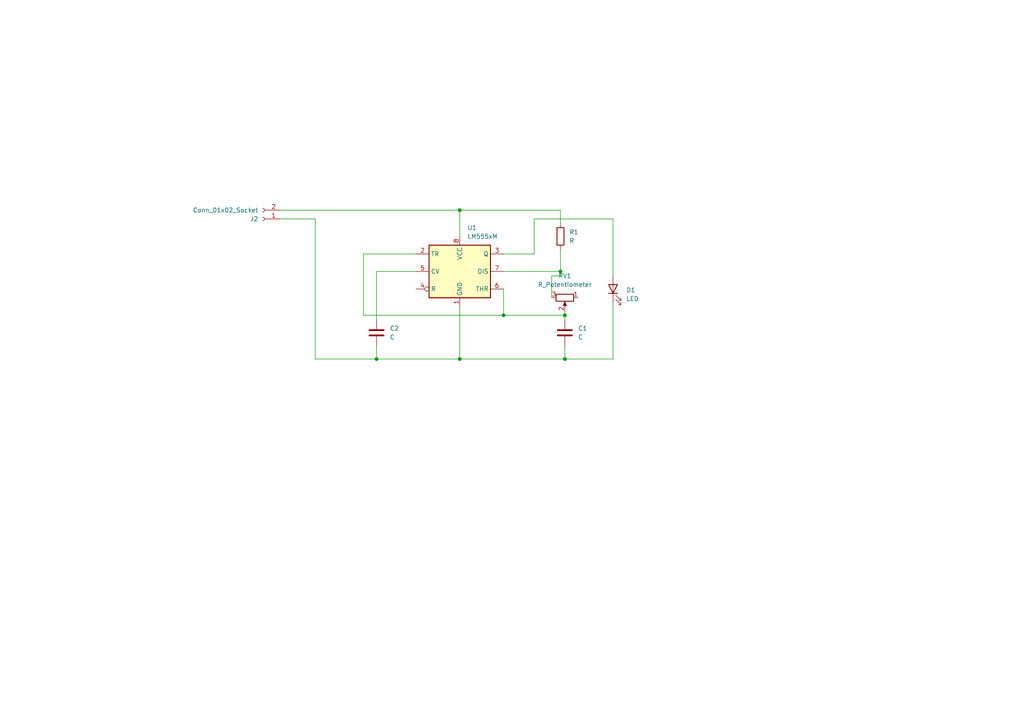
<source format=kicad_sch>
(kicad_sch (version 20231120) (generator "eeschema") (generator_version "8.0")
  (paper "A4")
  (lib_symbols
    (symbol "Connector:Conn_01x02_Socket" (pin_names (offset 1.016) hide)
      (property "Reference" "J" (at 0 2.54 0))
      (property "Value" "Conn_01x02_Socket" (at 0 -5.08 0))
      (symbol "Conn_01x02_Socket_1_1"
        (arc (start 0 -2.032) (mid -0.5058 -2.54) (end 0 -3.048) (stroke (width 0.1524)))
        (polyline (pts (xy -1.27 -2.54) (xy -0.508 -2.54)) (stroke (width 0.1524)))
        (polyline (pts (xy -1.27 0) (xy -0.508 0)) (stroke (width 0.1524)))
        (arc (start 0 0.508) (mid -0.5058 0) (end 0 -0.508) (stroke (width 0.1524)))
        (pin passive line (at -5.08 0 0) (length 3.81) (name "Pin_1") (number "1"))
        (pin passive line (at -5.08 -2.54 0) (length 3.81) (name "Pin_2") (number "2"))
      )
    )
    (symbol "Device:C" (pin_numbers hide) (pin_names (offset 0.254))
      (property "Reference" "C" (at 0.635 2.54 0))
      (property "Value" "C" (at 0.635 -2.54 0))
      (symbol "C_0_1"
        (polyline (pts (xy -2.032 -0.762) (xy 2.032 -0.762)) (stroke (width 0.508)))
        (polyline (pts (xy -2.032 0.762) (xy 2.032 0.762)) (stroke (width 0.508)))
      )
      (symbol "C_1_1"
        (pin passive line (at 0 3.81 270) (length 2.794) (name "~") (number "1"))
        (pin passive line (at 0 -3.81 90) (length 2.794) (name "~") (number "2"))
      )
    )
    (symbol "Device:LED" (pin_numbers hide) (pin_names (offset 1.016) hide)
      (property "Reference" "D" (at 0 2.54 0))
      (property "Value" "LED" (at 0 -2.54 0))
      (symbol "LED_0_1"
        (polyline (pts (xy -1.27 -1.27) (xy -1.27 1.27)) (stroke (width 0.254)))
        (polyline (pts (xy -1.27 0) (xy 1.27 0)))
        (polyline (pts (xy 1.27 -1.27) (xy 1.27 1.27) (xy -1.27 0) (xy 1.27 -1.27)) (stroke (width 0.254)))
        (polyline (pts (xy -3.048 -0.762) (xy -4.572 -2.286) (xy -3.81 -2.286) (xy -4.572 -2.286) (xy -4.572 -1.524)))
        (polyline (pts (xy -1.778 -0.762) (xy -3.302 -2.286) (xy -2.54 -2.286) (xy -3.302 -2.286) (xy -3.302 -1.524)))
      )
      (symbol "LED_1_1"
        (pin passive line (at -3.81 0 0) (length 2.54) (name "K") (number "1"))
        (pin passive line (at 3.81 0 180) (length 2.54) (name "A") (number "2"))
      )
    )
    (symbol "Device:R" (pin_numbers hide) (pin_names (offset 0))
      (property "Reference" "R" (at 2.032 0 90))
      (property "Value" "R" (at 0 0 90))
      (symbol "R_0_1"
        (rectangle (start -1.016 -2.54) (end 1.016 2.54) (stroke (width 0.254)))
      )
      (symbol "R_1_1"
        (pin passive line (at 0 3.81 270) (length 1.27) (name "~") (number "1"))
        (pin passive line (at 0 -3.81 90) (length 1.27) (name "~") (number "2"))
      )
    )
    (symbol "Device:R_Potentiometer" (pin_names (offset 1.016) hide)
      (property "Reference" "RV" (at -4.445 0 90))
      (property "Value" "R_Potentiometer" (at -2.54 0 90))
      (symbol "R_Potentiometer_0_1"
        (polyline (pts (xy 2.54 0) (xy 1.524 0)))
        (polyline (pts (xy 1.143 0) (xy 2.286 0.508) (xy 2.286 -0.508) (xy 1.143 0)) (fill (type outline)))
        (rectangle (start 1.016 2.54) (end -1.016 -2.54) (stroke (width 0.254)))
      )
      (symbol "R_Potentiometer_1_1"
        (pin passive line (at 0 3.81 270) (length 1.27) (name "1") (number "1"))
        (pin passive line (at 3.81 0 180) (length 1.27) (name "2") (number "2"))
        (pin passive line (at 0 -3.81 90) (length 1.27) (name "3") (number "3"))
      )
    )
    (symbol "Timer:LM555xM"
      (property "Reference" "U" (at -10.16 8.89 0))
      (property "Value" "LM555xM" (at 2.54 8.89 0))
      (symbol "LM555xM_0_0"
        (pin power_in line (at 0 -10.16 90) (length 2.54) (name "GND") (number "1"))
        (pin power_in line (at 0 10.16 270) (length 2.54) (name "VCC") (number "8"))
      )
      (symbol "LM555xM_0_1"
        (rectangle (start -8.89 -7.62) (end 8.89 7.62) (stroke (width 0.254)) (fill (type background)))
        (rectangle (start -8.89 -7.62) (end 8.89 7.62) (stroke (width 0.254)) (fill (type background)))
      )
      (symbol "LM555xM_1_1"
        (pin input line (at -12.7 5.08 0) (length 3.81) (name "TR") (number "2"))
        (pin output line (at 12.7 5.08 180) (length 3.81) (name "Q") (number "3"))
        (pin input inverted (at -12.7 -5.08 0) (length 3.81) (name "R") (number "4"))
        (pin input line (at -12.7 0 0) (length 3.81) (name "CV") (number "5"))
        (pin input line (at 12.7 -5.08 180) (length 3.81) (name "THR") (number "6"))
        (pin input line (at 12.7 0 180) (length 3.81) (name "DIS") (number "7"))
      )
    )
  )
  (junction (at 163.83 104.14))
  (junction (at 109.22 104.14))
  (junction (at 162.56 78.74))
  (junction (at 146.05 91.44))
  (junction (at 133.35 104.14))
  (junction (at 163.83 91.44))
  (junction (at 133.35 60.96))
  (wire (pts (xy 146.05 91.44) (xy 163.83 91.44)))
  (wire (pts (xy 91.44 63.5) (xy 91.44 104.14)))
  (wire (pts (xy 177.8 104.14) (xy 163.83 104.14)))
  (wire (pts (xy 163.83 91.44) (xy 163.83 92.71)))
  (wire (pts (xy 163.83 100.33) (xy 163.83 104.14)))
  (wire (pts (xy 177.8 63.5) (xy 177.8 80.01)))
  (wire (pts (xy 120.65 78.74) (xy 109.22 78.74)))
  (wire (pts (xy 177.8 87.63) (xy 177.8 104.14)))
  (wire (pts (xy 146.05 78.74) (xy 162.56 78.74)))
  (wire (pts (xy 160.02 86.36) (xy 160.02 80.01)))
  (wire (pts (xy 109.22 100.33) (xy 109.22 104.14)))
  (wire (pts (xy 133.35 104.14) (xy 163.83 104.14)))
  (wire (pts (xy 105.41 91.44) (xy 146.05 91.44)))
  (wire (pts (xy 120.65 73.66) (xy 105.41 73.66)))
  (wire (pts (xy 81.28 63.5) (xy 91.44 63.5)))
  (wire (pts (xy 162.56 60.96) (xy 133.35 60.96)))
  (wire (pts (xy 109.22 78.74) (xy 109.22 92.71)))
  (wire (pts (xy 163.83 90.17) (xy 163.83 91.44)))
  (wire (pts (xy 162.56 72.39) (xy 162.56 78.74)))
  (wire (pts (xy 162.56 78.74) (xy 162.56 80.01)))
  (wire (pts (xy 146.05 73.66) (xy 154.94 73.66)))
  (wire (pts (xy 146.05 83.82) (xy 146.05 91.44)))
  (wire (pts (xy 133.35 88.9) (xy 133.35 104.14)))
  (wire (pts (xy 133.35 68.58) (xy 133.35 60.96)))
  (wire (pts (xy 162.56 64.77) (xy 162.56 60.96)))
  (wire (pts (xy 81.28 60.96) (xy 133.35 60.96)))
  (wire (pts (xy 160.02 80.01) (xy 162.56 80.01)))
  (wire (pts (xy 105.41 73.66) (xy 105.41 91.44)))
  (wire (pts (xy 109.22 104.14) (xy 133.35 104.14)))
  (wire (pts (xy 91.44 104.14) (xy 109.22 104.14)))
  (wire (pts (xy 154.94 73.66) (xy 154.94 63.5)))
  (wire (pts (xy 154.94 63.5) (xy 177.8 63.5)))
  (symbol (lib_id "Device:C") (at 163.83 96.52 0) (unit 1)
    (property "Reference" "C1" (at 167.64 95.2499 0) (effects (justify left)))
    (property "Value" "C" (at 167.64 97.7899 0) (effects (justify left)))
    (property "Description" "Unpolarized capacitor" (effects (hide yes)))
  )
  (symbol (lib_id "Device:R_Potentiometer") (at 163.83 86.36 270) (unit 1)
    (property "Reference" "RV1" (at 163.83 80.01 90))
    (property "Value" "R_Potentiometer" (at 163.83 82.55 90))
    (property "Description" "Potentiometer" (effects (hide yes)))
  )
  (symbol (lib_id "Connector:Conn_01x02_Socket") (at 76.2 63.5 180) (unit 1)
    (property "Reference" "J2" (at 74.93 63.5001 0) (effects (justify left)))
    (property "Value" "Conn_01x02_Socket" (at 74.93 60.9601 0) (effects (justify left)))
    (property "Description" "Generic connector, single row, 01x02, script generated" (effects (hide yes)))
  )
  (symbol (lib_id "Device:C") (at 109.22 96.52 0) (unit 1)
    (property "Reference" "C2" (at 113.03 95.2499 0) (effects (justify left)))
    (property "Value" "C" (at 113.03 97.7899 0) (effects (justify left)))
    (property "Description" "Unpolarized capacitor" (effects (hide yes)))
  )
  (symbol (lib_id "Device:R") (at 162.56 68.58 0) (unit 1)
    (property "Reference" "R1" (at 165.1 67.3099 0) (effects (justify left)))
    (property "Value" "R" (at 165.1 69.8499 0) (effects (justify left)))
    (property "Description" "Resistor" (effects (hide yes)))
  )
  (symbol (lib_id "Device:LED") (at 177.8 83.82 90) (unit 1)
    (property "Reference" "D1" (at 181.61 84.1374 90) (effects (justify right)))
    (property "Value" "LED" (at 181.61 86.6774 90) (effects (justify right)))
    (property "Description" "Light emitting diode" (effects (hide yes)))
  )
  (symbol (lib_id "Timer:LM555xM") (at 133.35 78.74 0) (unit 1)
    (property "Reference" "U1" (at 135.5441 66.04 0) (effects (justify left)))
    (property "Value" "LM555xM" (at 135.5441 68.58 0) (effects (justify left)))
    (property "Footprint" "Package_SO:SOIC-8_3.9x4.9mm_P1.27mm" (effects (hide yes)))
    (property "Datasheet" "http://www.ti.com/lit/ds/symlink/lm555.pdf" (effects (hide yes)))
    (property "Description" "Timer, 555 compatible, SOIC-8" (effects (hide yes)))
  )
)
</source>
